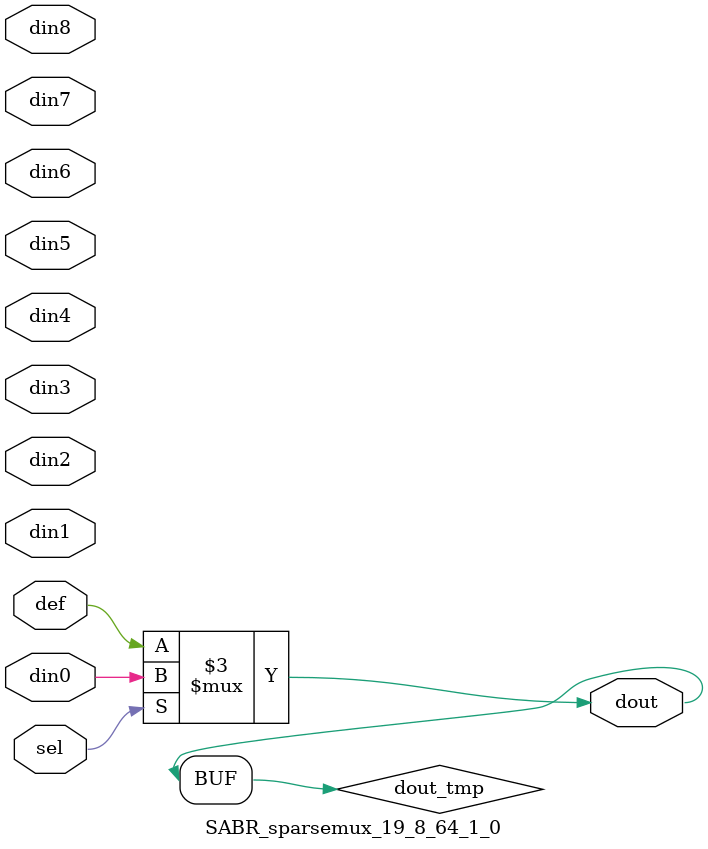
<source format=v>
`timescale 1ns / 1ps

module SABR_sparsemux_19_8_64_1_0 (din0,din1,din2,din3,din4,din5,din6,din7,din8,def,sel,dout);

parameter din0_WIDTH = 1;

parameter din1_WIDTH = 1;

parameter din2_WIDTH = 1;

parameter din3_WIDTH = 1;

parameter din4_WIDTH = 1;

parameter din5_WIDTH = 1;

parameter din6_WIDTH = 1;

parameter din7_WIDTH = 1;

parameter din8_WIDTH = 1;

parameter def_WIDTH = 1;
parameter sel_WIDTH = 1;
parameter dout_WIDTH = 1;

parameter [sel_WIDTH-1:0] CASE0 = 1;

parameter [sel_WIDTH-1:0] CASE1 = 1;

parameter [sel_WIDTH-1:0] CASE2 = 1;

parameter [sel_WIDTH-1:0] CASE3 = 1;

parameter [sel_WIDTH-1:0] CASE4 = 1;

parameter [sel_WIDTH-1:0] CASE5 = 1;

parameter [sel_WIDTH-1:0] CASE6 = 1;

parameter [sel_WIDTH-1:0] CASE7 = 1;

parameter [sel_WIDTH-1:0] CASE8 = 1;

parameter ID = 1;
parameter NUM_STAGE = 1;



input [din0_WIDTH-1:0] din0;

input [din1_WIDTH-1:0] din1;

input [din2_WIDTH-1:0] din2;

input [din3_WIDTH-1:0] din3;

input [din4_WIDTH-1:0] din4;

input [din5_WIDTH-1:0] din5;

input [din6_WIDTH-1:0] din6;

input [din7_WIDTH-1:0] din7;

input [din8_WIDTH-1:0] din8;

input [def_WIDTH-1:0] def;
input [sel_WIDTH-1:0] sel;

output [dout_WIDTH-1:0] dout;



reg [dout_WIDTH-1:0] dout_tmp;


always @ (*) begin
(* parallel_case *) case (sel)
    
    CASE0 : dout_tmp = din0;
    
    CASE1 : dout_tmp = din1;
    
    CASE2 : dout_tmp = din2;
    
    CASE3 : dout_tmp = din3;
    
    CASE4 : dout_tmp = din4;
    
    CASE5 : dout_tmp = din5;
    
    CASE6 : dout_tmp = din6;
    
    CASE7 : dout_tmp = din7;
    
    CASE8 : dout_tmp = din8;
    
    default : dout_tmp = def;
endcase
end


assign dout = dout_tmp;



endmodule

</source>
